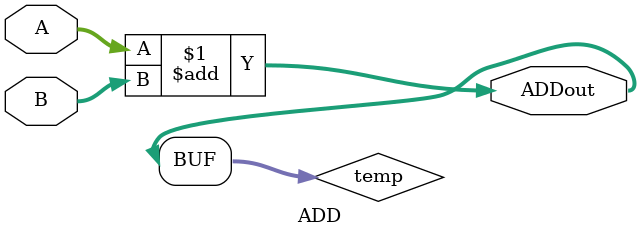
<source format=v>
module ADD (A, B, ADDout);
  output [31:0]ADDout;
  input [31:0]A;
  input [31:0]B;
  wire[31:0] temp;
  
  assign temp = A + B;
  assign ADDout = temp[31:0];

endmodule

</source>
